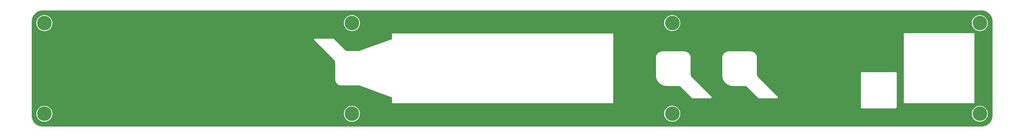
<source format=gbr>
%TF.GenerationSoftware,KiCad,Pcbnew,7.0.2-0*%
%TF.CreationDate,2023-05-18T01:17:22+02:00*%
%TF.ProjectId,LF,4c462e6b-6963-4616-945f-706362585858,rev?*%
%TF.SameCoordinates,PXfd9f08PY7735940*%
%TF.FileFunction,Copper,L2,Bot*%
%TF.FilePolarity,Positive*%
%FSLAX46Y46*%
G04 Gerber Fmt 4.6, Leading zero omitted, Abs format (unit mm)*
G04 Created by KiCad (PCBNEW 7.0.2-0) date 2023-05-18 01:17:22*
%MOMM*%
%LPD*%
G01*
G04 APERTURE LIST*
%TA.AperFunction,ComponentPad*%
%ADD10C,4.000000*%
%TD*%
G04 APERTURE END LIST*
D10*
%TO.P,REF\u002A\u002A,*%
%TO.N,*%
X3500000Y28500000D03*
X3500000Y3500000D03*
X88000000Y28500000D03*
X88000000Y3500000D03*
X176000000Y28500000D03*
X176000000Y3528700D03*
X260500000Y28500000D03*
X260500000Y3500000D03*
%TD*%
%TA.AperFunction,NonConductor*%
G36*
X260999208Y31996835D02*
G01*
X261068780Y31993355D01*
X261304797Y31979891D01*
X261311492Y31979202D01*
X261439020Y31960147D01*
X261440353Y31959933D01*
X261617584Y31929622D01*
X261623093Y31928458D01*
X261757926Y31894510D01*
X261760360Y31893852D01*
X261923722Y31846562D01*
X261928133Y31845132D01*
X262061903Y31797059D01*
X262065271Y31795755D01*
X262220231Y31731302D01*
X262223534Y31729832D01*
X262351954Y31668850D01*
X262356094Y31666721D01*
X262504739Y31584246D01*
X262506934Y31582978D01*
X262625114Y31511868D01*
X262626055Y31511302D01*
X262630836Y31508168D01*
X262777213Y31403902D01*
X262778467Y31402988D01*
X262881780Y31326065D01*
X262886974Y31321816D01*
X263062501Y31164314D01*
X263113283Y31118099D01*
X263118166Y31113220D01*
X263162776Y31064276D01*
X263163883Y31063045D01*
X263322269Y30886752D01*
X263326553Y30881522D01*
X263401872Y30780477D01*
X263402792Y30779215D01*
X263508806Y30630540D01*
X263511949Y30625751D01*
X263582640Y30508355D01*
X263583924Y30506135D01*
X263667469Y30355651D01*
X263669613Y30351483D01*
X263729850Y30224671D01*
X263731333Y30221340D01*
X263796535Y30064584D01*
X263797852Y30061184D01*
X263845320Y29929057D01*
X263846764Y29924598D01*
X263894580Y29759278D01*
X263895260Y29756763D01*
X263928675Y29623880D01*
X263929856Y29618275D01*
X263960553Y29438285D01*
X263960799Y29436741D01*
X263979355Y29312105D01*
X263980045Y29305371D01*
X263993722Y29062650D01*
X263996808Y29000056D01*
X263996898Y28996414D01*
X263996898Y2999298D01*
X263996806Y2995601D01*
X263993335Y2926210D01*
X263979862Y2690016D01*
X263979170Y2683297D01*
X263960157Y2556030D01*
X263959910Y2554490D01*
X263929599Y2377255D01*
X263928418Y2371661D01*
X263894508Y2236982D01*
X263893830Y2234474D01*
X263846541Y2071109D01*
X263845099Y2066659D01*
X263797054Y1932965D01*
X263795740Y1929572D01*
X263731267Y1774563D01*
X263729787Y1771240D01*
X263668854Y1642921D01*
X263666715Y1638760D01*
X263584199Y1490043D01*
X263582898Y1487793D01*
X263511285Y1368779D01*
X263508151Y1363999D01*
X263403852Y1217577D01*
X263402934Y1216317D01*
X263326068Y1113081D01*
X263321791Y1107852D01*
X263164084Y932101D01*
X263124179Y888255D01*
X263118218Y881703D01*
X263118091Y881564D01*
X263113210Y876679D01*
X263063401Y831286D01*
X263025747Y797452D01*
X262887028Y672809D01*
X262881793Y668521D01*
X262778973Y591886D01*
X262777710Y590966D01*
X262630928Y486311D01*
X262626139Y483169D01*
X262507392Y411669D01*
X262505138Y410365D01*
X262356170Y327667D01*
X262352002Y325523D01*
X262223900Y264677D01*
X262220569Y263194D01*
X262065287Y198608D01*
X262061888Y197292D01*
X261928433Y149348D01*
X261923974Y147904D01*
X261760328Y100573D01*
X261757815Y99893D01*
X261623347Y66078D01*
X261617741Y64897D01*
X261440098Y34600D01*
X261438556Y34354D01*
X261311647Y15456D01*
X261304913Y14766D01*
X261068120Y1417D01*
X260999243Y-1980D01*
X260995599Y-2070D01*
X2999289Y-2070D01*
X2995591Y-1978D01*
X2925988Y1505D01*
X2690120Y14956D01*
X2683398Y15648D01*
X2649469Y20718D01*
X2555522Y34756D01*
X2554010Y34998D01*
X2377400Y65205D01*
X2371808Y66386D01*
X2236661Y100414D01*
X2234152Y101093D01*
X2071279Y148243D01*
X2066829Y149684D01*
X1932748Y197869D01*
X1929356Y199184D01*
X1774783Y263477D01*
X1771459Y264956D01*
X1642767Y326067D01*
X1638608Y328206D01*
X1490334Y410475D01*
X1488084Y411775D01*
X1368667Y483629D01*
X1363898Y486756D01*
X1217949Y590717D01*
X1216740Y591598D01*
X1112983Y668852D01*
X1107755Y673129D01*
X933243Y829720D01*
X931522Y831286D01*
X881468Y876839D01*
X876602Y881703D01*
X831279Y931433D01*
X672801Y1107803D01*
X668513Y1113038D01*
X614565Y1185416D01*
X591913Y1215807D01*
X591006Y1217052D01*
X486287Y1363920D01*
X483153Y1368696D01*
X411665Y1487421D01*
X410400Y1489610D01*
X327638Y1638691D01*
X325498Y1642850D01*
X264673Y1770906D01*
X263216Y1774180D01*
X198565Y1929617D01*
X197269Y1932965D01*
X149350Y2066354D01*
X147906Y2070812D01*
X100538Y2234586D01*
X99868Y2237062D01*
X66072Y2371461D01*
X64899Y2377031D01*
X34562Y2554907D01*
X34334Y2556338D01*
X15449Y2683179D01*
X14764Y2689859D01*
X1398Y2927022D01*
X1288Y2929247D01*
X-1980Y2995546D01*
X-2070Y2999188D01*
X-2070Y3500000D01*
X1294778Y3500000D01*
X1313644Y3212161D01*
X1314114Y3209796D01*
X1314115Y3209792D01*
X1356376Y2997331D01*
X1369919Y2929247D01*
X1370693Y2926965D01*
X1370695Y2926960D01*
X1453408Y2683297D01*
X1462641Y2656098D01*
X1463710Y2653930D01*
X1463711Y2653928D01*
X1589150Y2399561D01*
X1589156Y2399551D01*
X1590222Y2397389D01*
X1591566Y2395377D01*
X1591567Y2395376D01*
X1749137Y2159555D01*
X1749141Y2159549D01*
X1750480Y2157546D01*
X1752067Y2155736D01*
X1752072Y2155730D01*
X1776989Y2127318D01*
X1940673Y1940673D01*
X1942493Y1939077D01*
X2155729Y1752073D01*
X2155733Y1752070D01*
X2157546Y1750480D01*
X2159551Y1749141D01*
X2159554Y1749138D01*
X2279293Y1669132D01*
X2397389Y1590222D01*
X2399555Y1589154D01*
X2399560Y1589151D01*
X2409022Y1584485D01*
X2656098Y1462641D01*
X2929247Y1369919D01*
X3212161Y1313644D01*
X3500000Y1294778D01*
X3787839Y1313644D01*
X4070753Y1369919D01*
X4343902Y1462641D01*
X4602611Y1590222D01*
X4842454Y1750480D01*
X5059327Y1940673D01*
X5249520Y2157546D01*
X5409778Y2397389D01*
X5537359Y2656098D01*
X5630081Y2929247D01*
X5686356Y3212161D01*
X5705222Y3500000D01*
X85794778Y3500000D01*
X85813644Y3212161D01*
X85814114Y3209796D01*
X85814115Y3209792D01*
X85856376Y2997331D01*
X85869919Y2929247D01*
X85870693Y2926965D01*
X85870695Y2926960D01*
X85953408Y2683297D01*
X85962641Y2656098D01*
X85963710Y2653930D01*
X85963711Y2653928D01*
X86089150Y2399561D01*
X86089156Y2399551D01*
X86090222Y2397389D01*
X86091566Y2395377D01*
X86091567Y2395376D01*
X86249137Y2159555D01*
X86249141Y2159549D01*
X86250480Y2157546D01*
X86252067Y2155736D01*
X86252072Y2155730D01*
X86276989Y2127318D01*
X86440673Y1940673D01*
X86442493Y1939077D01*
X86655729Y1752073D01*
X86655733Y1752070D01*
X86657546Y1750480D01*
X86659551Y1749141D01*
X86659554Y1749138D01*
X86779293Y1669132D01*
X86897389Y1590222D01*
X86899555Y1589154D01*
X86899560Y1589151D01*
X86909022Y1584485D01*
X87156098Y1462641D01*
X87429247Y1369919D01*
X87712161Y1313644D01*
X88000000Y1294778D01*
X88287839Y1313644D01*
X88570753Y1369919D01*
X88843902Y1462641D01*
X89102611Y1590222D01*
X89342454Y1750480D01*
X89559327Y1940673D01*
X89749520Y2157546D01*
X89909778Y2397389D01*
X90037359Y2656098D01*
X90130081Y2929247D01*
X90186356Y3212161D01*
X90205222Y3500000D01*
X90203341Y3528700D01*
X173794778Y3528700D01*
X173813644Y3240861D01*
X173869919Y2957947D01*
X173870693Y2955665D01*
X173870695Y2955660D01*
X173960923Y2689859D01*
X173962641Y2684798D01*
X173963710Y2682630D01*
X173963711Y2682628D01*
X174089150Y2428261D01*
X174089156Y2428251D01*
X174090222Y2426089D01*
X174091566Y2424077D01*
X174091567Y2424076D01*
X174249137Y2188255D01*
X174249141Y2188249D01*
X174250480Y2186246D01*
X174252067Y2184436D01*
X174252072Y2184430D01*
X174426004Y1986100D01*
X174440673Y1969373D01*
X174442493Y1967777D01*
X174655729Y1780773D01*
X174655733Y1780770D01*
X174657546Y1779180D01*
X174659551Y1777841D01*
X174659554Y1777838D01*
X174702507Y1749138D01*
X174897389Y1618922D01*
X174899555Y1617854D01*
X174899560Y1617851D01*
X174967220Y1584485D01*
X175156098Y1491341D01*
X175429247Y1398619D01*
X175712161Y1342344D01*
X176000000Y1323478D01*
X176287839Y1342344D01*
X176570753Y1398619D01*
X176843902Y1491341D01*
X177102611Y1618922D01*
X177342454Y1779180D01*
X177559327Y1969373D01*
X177749520Y2186246D01*
X177909778Y2426089D01*
X178037359Y2684798D01*
X178130081Y2957947D01*
X178186356Y3240861D01*
X178203341Y3500000D01*
X258294778Y3500000D01*
X258313644Y3212161D01*
X258314114Y3209796D01*
X258314115Y3209792D01*
X258356376Y2997331D01*
X258369919Y2929247D01*
X258370693Y2926965D01*
X258370695Y2926960D01*
X258453408Y2683297D01*
X258462641Y2656098D01*
X258463710Y2653930D01*
X258463711Y2653928D01*
X258589150Y2399561D01*
X258589156Y2399551D01*
X258590222Y2397389D01*
X258591566Y2395377D01*
X258591567Y2395376D01*
X258749137Y2159555D01*
X258749141Y2159549D01*
X258750480Y2157546D01*
X258752067Y2155736D01*
X258752072Y2155730D01*
X258776989Y2127318D01*
X258940673Y1940673D01*
X258942493Y1939077D01*
X259155729Y1752073D01*
X259155733Y1752070D01*
X259157546Y1750480D01*
X259159551Y1749141D01*
X259159554Y1749138D01*
X259279293Y1669132D01*
X259397389Y1590222D01*
X259399555Y1589154D01*
X259399560Y1589151D01*
X259409022Y1584485D01*
X259656098Y1462641D01*
X259929247Y1369919D01*
X260212161Y1313644D01*
X260500000Y1294778D01*
X260787839Y1313644D01*
X261070753Y1369919D01*
X261343902Y1462641D01*
X261602611Y1590222D01*
X261842454Y1750480D01*
X262059327Y1940673D01*
X262249520Y2157546D01*
X262409778Y2397389D01*
X262537359Y2656098D01*
X262630081Y2929247D01*
X262686356Y3212161D01*
X262705222Y3500000D01*
X262686356Y3787839D01*
X262630081Y4070753D01*
X262537359Y4343902D01*
X262409778Y4602611D01*
X262249520Y4842454D01*
X262222757Y4872971D01*
X262060923Y5057507D01*
X262059327Y5059327D01*
X262024780Y5089624D01*
X261844270Y5247928D01*
X261844264Y5247933D01*
X261842454Y5249520D01*
X261840451Y5250859D01*
X261840445Y5250863D01*
X261604624Y5408433D01*
X261604623Y5408434D01*
X261602611Y5409778D01*
X261600449Y5410844D01*
X261600439Y5410850D01*
X261346072Y5536289D01*
X261346070Y5536290D01*
X261343902Y5537359D01*
X261341615Y5538136D01*
X261341611Y5538137D01*
X261073040Y5629305D01*
X261073035Y5629307D01*
X261070753Y5630081D01*
X261047288Y5634749D01*
X260790208Y5685885D01*
X260790204Y5685886D01*
X260787839Y5686356D01*
X260785435Y5686514D01*
X260785432Y5686514D01*
X260502411Y5705064D01*
X260500000Y5705222D01*
X260497589Y5705064D01*
X260214567Y5686514D01*
X260214562Y5686514D01*
X260212161Y5686356D01*
X260209797Y5685886D01*
X260209791Y5685885D01*
X259931619Y5630553D01*
X259931616Y5630553D01*
X259929247Y5630081D01*
X259926968Y5629308D01*
X259926959Y5629305D01*
X259658388Y5538137D01*
X259658379Y5538134D01*
X259656098Y5537359D01*
X259653934Y5536293D01*
X259653927Y5536289D01*
X259399560Y5410850D01*
X259399543Y5410841D01*
X259397389Y5409778D01*
X259395382Y5408438D01*
X259395375Y5408433D01*
X259159554Y5250863D01*
X259159540Y5250853D01*
X259157546Y5249520D01*
X259155742Y5247939D01*
X259155729Y5247928D01*
X258942493Y5060924D01*
X258942485Y5060917D01*
X258940673Y5059327D01*
X258939083Y5057515D01*
X258939076Y5057507D01*
X258752072Y4844271D01*
X258752061Y4844258D01*
X258750480Y4842454D01*
X258749147Y4840460D01*
X258749137Y4840446D01*
X258591567Y4604625D01*
X258591562Y4604618D01*
X258590222Y4602611D01*
X258589159Y4600457D01*
X258589150Y4600440D01*
X258463711Y4346073D01*
X258463707Y4346066D01*
X258462641Y4343902D01*
X258461866Y4341621D01*
X258461863Y4341612D01*
X258370695Y4073041D01*
X258370692Y4073032D01*
X258369919Y4070753D01*
X258369447Y4068384D01*
X258369447Y4068381D01*
X258319353Y3816539D01*
X258313644Y3787839D01*
X258294778Y3500000D01*
X178203341Y3500000D01*
X178205222Y3528700D01*
X178186356Y3816539D01*
X178130081Y4099453D01*
X178037359Y4372602D01*
X177925002Y4600440D01*
X177910849Y4629140D01*
X177910846Y4629145D01*
X177909778Y4631311D01*
X177830868Y4749407D01*
X177750862Y4869146D01*
X177750859Y4869149D01*
X177749520Y4871154D01*
X177634631Y5002159D01*
X177560923Y5086207D01*
X177559327Y5088027D01*
X177557506Y5089624D01*
X177355542Y5266743D01*
X227852004Y5266743D01*
X227852061Y5252702D01*
X227852179Y5252419D01*
X227852221Y5252316D01*
X227862727Y5241864D01*
X227862702Y5241840D01*
X227862864Y5241735D01*
X228091891Y5012792D01*
X228092106Y5012471D01*
X228102310Y5002317D01*
X228102411Y5002276D01*
X228102594Y5002200D01*
X228102695Y5002158D01*
X228102697Y5002159D01*
X228117323Y5002152D01*
X228117569Y5002200D01*
X237382423Y5002200D01*
X237382668Y5002152D01*
X237397294Y5002159D01*
X237397297Y5002158D01*
X237397300Y5002160D01*
X237397303Y5002160D01*
X237410618Y5007569D01*
X237411185Y5007949D01*
X237412219Y5008381D01*
X237412996Y5013467D01*
X237425598Y5030284D01*
X237637089Y5241685D01*
X237637250Y5241789D01*
X237637227Y5241813D01*
X237647782Y5252316D01*
X237647786Y5252317D01*
X237647903Y5252601D01*
X237647903Y5252602D01*
X237647944Y5252700D01*
X237647942Y5252703D01*
X237647906Y5267650D01*
X237647939Y5267651D01*
X237647902Y5267846D01*
X237647902Y6414344D01*
X239599433Y6414344D01*
X239599459Y6400000D01*
X239599500Y6399901D01*
X239599616Y6399618D01*
X239599617Y6399617D01*
X239600000Y6399459D01*
X239614660Y6399469D01*
X239614817Y6399500D01*
X258985183Y6399500D01*
X258985339Y6399469D01*
X258999999Y6399459D01*
X258999999Y6399460D01*
X259000000Y6399459D01*
X259000383Y6399617D01*
X259000500Y6399901D01*
X259000541Y6400000D01*
X259000540Y6400002D01*
X259000541Y6400002D01*
X259000566Y6414344D01*
X259000500Y6414682D01*
X259000500Y25685184D01*
X259000531Y25685339D01*
X259000541Y25700000D01*
X259000383Y25700383D01*
X259000381Y25700384D01*
X259000099Y25700500D01*
X259000000Y25700541D01*
X258999999Y25700541D01*
X258985390Y25700541D01*
X258985184Y25700500D01*
X239614816Y25700500D01*
X239614610Y25700541D01*
X239600000Y25700541D01*
X239599901Y25700500D01*
X239599617Y25700384D01*
X239599458Y25700000D01*
X239599468Y25685339D01*
X239599500Y25685184D01*
X239599500Y6414682D01*
X239599433Y6414344D01*
X237647902Y6414344D01*
X237647902Y14740229D01*
X237647944Y14747300D01*
X237647903Y14747400D01*
X237647786Y14747684D01*
X237637613Y14757890D01*
X237637318Y14758088D01*
X237408234Y14987074D01*
X237408135Y14987227D01*
X237408117Y14987208D01*
X237397680Y14997684D01*
X237397543Y14997740D01*
X237397297Y14997843D01*
X237382628Y14997842D01*
X237382422Y14997800D01*
X228117569Y14997800D01*
X228117418Y14997831D01*
X228102694Y14997843D01*
X228102450Y14997741D01*
X228102312Y14997684D01*
X228092145Y14987540D01*
X228091988Y14987307D01*
X227862627Y14758030D01*
X227862446Y14757909D01*
X227852219Y14747682D01*
X227852062Y14747306D01*
X227852028Y14732995D01*
X227852103Y14732620D01*
X227852103Y5267249D01*
X227852004Y5266743D01*
X177355542Y5266743D01*
X177344270Y5276628D01*
X177344264Y5276633D01*
X177342454Y5278220D01*
X177340451Y5279559D01*
X177340445Y5279563D01*
X177104624Y5437133D01*
X177104623Y5437134D01*
X177102611Y5438478D01*
X177100449Y5439544D01*
X177100439Y5439550D01*
X176846072Y5564989D01*
X176846070Y5564990D01*
X176843902Y5566059D01*
X176841615Y5566836D01*
X176841611Y5566837D01*
X176573040Y5658005D01*
X176573035Y5658007D01*
X176570753Y5658781D01*
X176431330Y5686514D01*
X176290208Y5714585D01*
X176290204Y5714586D01*
X176287839Y5715056D01*
X176285435Y5715214D01*
X176285432Y5715214D01*
X176002411Y5733764D01*
X176000000Y5733922D01*
X175997589Y5733764D01*
X175714567Y5715214D01*
X175714562Y5715214D01*
X175712161Y5715056D01*
X175709797Y5714586D01*
X175709791Y5714585D01*
X175431619Y5659253D01*
X175431616Y5659253D01*
X175429247Y5658781D01*
X175426968Y5658008D01*
X175426959Y5658005D01*
X175158388Y5566837D01*
X175158379Y5566834D01*
X175156098Y5566059D01*
X175153934Y5564993D01*
X175153927Y5564989D01*
X174899560Y5439550D01*
X174899543Y5439541D01*
X174897389Y5438478D01*
X174895382Y5437138D01*
X174895375Y5437133D01*
X174659554Y5279563D01*
X174659540Y5279553D01*
X174657546Y5278220D01*
X174655742Y5276639D01*
X174655729Y5276628D01*
X174442493Y5089624D01*
X174442485Y5089617D01*
X174440673Y5088027D01*
X174439083Y5086215D01*
X174439076Y5086207D01*
X174252072Y4872971D01*
X174252061Y4872958D01*
X174250480Y4871154D01*
X174249147Y4869160D01*
X174249137Y4869146D01*
X174091567Y4633325D01*
X174091562Y4633318D01*
X174090222Y4631311D01*
X174089159Y4629157D01*
X174089150Y4629140D01*
X173963711Y4374773D01*
X173963707Y4374766D01*
X173962641Y4372602D01*
X173961866Y4370321D01*
X173961863Y4370312D01*
X173870695Y4101741D01*
X173870692Y4101732D01*
X173869919Y4099453D01*
X173813644Y3816539D01*
X173794778Y3528700D01*
X90203341Y3528700D01*
X90186356Y3787839D01*
X90130081Y4070753D01*
X90037359Y4343902D01*
X89909778Y4602611D01*
X89749520Y4842454D01*
X89722757Y4872971D01*
X89560923Y5057507D01*
X89559327Y5059327D01*
X89524780Y5089624D01*
X89344270Y5247928D01*
X89344264Y5247933D01*
X89342454Y5249520D01*
X89340451Y5250859D01*
X89340445Y5250863D01*
X89104624Y5408433D01*
X89104623Y5408434D01*
X89102611Y5409778D01*
X89100449Y5410844D01*
X89100439Y5410850D01*
X88846072Y5536289D01*
X88846070Y5536290D01*
X88843902Y5537359D01*
X88841615Y5538136D01*
X88841611Y5538137D01*
X88573040Y5629305D01*
X88573035Y5629307D01*
X88570753Y5630081D01*
X88547288Y5634749D01*
X88290208Y5685885D01*
X88290204Y5685886D01*
X88287839Y5686356D01*
X88285435Y5686514D01*
X88285432Y5686514D01*
X88002411Y5705064D01*
X88000000Y5705222D01*
X87997589Y5705064D01*
X87714567Y5686514D01*
X87714562Y5686514D01*
X87712161Y5686356D01*
X87709797Y5685886D01*
X87709791Y5685885D01*
X87431619Y5630553D01*
X87431616Y5630553D01*
X87429247Y5630081D01*
X87426968Y5629308D01*
X87426959Y5629305D01*
X87158388Y5538137D01*
X87158379Y5538134D01*
X87156098Y5537359D01*
X87153934Y5536293D01*
X87153927Y5536289D01*
X86899560Y5410850D01*
X86899543Y5410841D01*
X86897389Y5409778D01*
X86895382Y5408438D01*
X86895375Y5408433D01*
X86659554Y5250863D01*
X86659540Y5250853D01*
X86657546Y5249520D01*
X86655742Y5247939D01*
X86655729Y5247928D01*
X86442493Y5060924D01*
X86442485Y5060917D01*
X86440673Y5059327D01*
X86439083Y5057515D01*
X86439076Y5057507D01*
X86252072Y4844271D01*
X86252061Y4844258D01*
X86250480Y4842454D01*
X86249147Y4840460D01*
X86249137Y4840446D01*
X86091567Y4604625D01*
X86091562Y4604618D01*
X86090222Y4602611D01*
X86089159Y4600457D01*
X86089150Y4600440D01*
X85963711Y4346073D01*
X85963707Y4346066D01*
X85962641Y4343902D01*
X85961866Y4341621D01*
X85961863Y4341612D01*
X85870695Y4073041D01*
X85870692Y4073032D01*
X85869919Y4070753D01*
X85869447Y4068384D01*
X85869447Y4068381D01*
X85819353Y3816539D01*
X85813644Y3787839D01*
X85794778Y3500000D01*
X5705222Y3500000D01*
X5686356Y3787839D01*
X5630081Y4070753D01*
X5537359Y4343902D01*
X5409778Y4602611D01*
X5249520Y4842454D01*
X5222757Y4872971D01*
X5060923Y5057507D01*
X5059327Y5059327D01*
X5024780Y5089624D01*
X4844270Y5247928D01*
X4844264Y5247933D01*
X4842454Y5249520D01*
X4840451Y5250859D01*
X4840445Y5250863D01*
X4604624Y5408433D01*
X4604623Y5408434D01*
X4602611Y5409778D01*
X4600449Y5410844D01*
X4600439Y5410850D01*
X4346072Y5536289D01*
X4346070Y5536290D01*
X4343902Y5537359D01*
X4341615Y5538136D01*
X4341611Y5538137D01*
X4073040Y5629305D01*
X4073035Y5629307D01*
X4070753Y5630081D01*
X4047288Y5634749D01*
X3790208Y5685885D01*
X3790204Y5685886D01*
X3787839Y5686356D01*
X3785435Y5686514D01*
X3785432Y5686514D01*
X3502411Y5705064D01*
X3500000Y5705222D01*
X3497589Y5705064D01*
X3214567Y5686514D01*
X3214562Y5686514D01*
X3212161Y5686356D01*
X3209797Y5685886D01*
X3209791Y5685885D01*
X2931619Y5630553D01*
X2931616Y5630553D01*
X2929247Y5630081D01*
X2926968Y5629308D01*
X2926959Y5629305D01*
X2658388Y5538137D01*
X2658379Y5538134D01*
X2656098Y5537359D01*
X2653934Y5536293D01*
X2653927Y5536289D01*
X2399560Y5410850D01*
X2399543Y5410841D01*
X2397389Y5409778D01*
X2395382Y5408438D01*
X2395375Y5408433D01*
X2159554Y5250863D01*
X2159540Y5250853D01*
X2157546Y5249520D01*
X2155742Y5247939D01*
X2155729Y5247928D01*
X1942493Y5060924D01*
X1942485Y5060917D01*
X1940673Y5059327D01*
X1939083Y5057515D01*
X1939076Y5057507D01*
X1752072Y4844271D01*
X1752061Y4844258D01*
X1750480Y4842454D01*
X1749147Y4840460D01*
X1749137Y4840446D01*
X1591567Y4604625D01*
X1591562Y4604618D01*
X1590222Y4602611D01*
X1589159Y4600457D01*
X1589150Y4600440D01*
X1463711Y4346073D01*
X1463707Y4346066D01*
X1462641Y4343902D01*
X1461866Y4341621D01*
X1461863Y4341612D01*
X1370695Y4073041D01*
X1370692Y4073032D01*
X1369919Y4070753D01*
X1369447Y4068384D01*
X1369447Y4068381D01*
X1319353Y3816539D01*
X1313644Y3787839D01*
X1294778Y3500000D01*
X-2070Y3500000D01*
X-2070Y23949176D01*
X77617100Y23949176D01*
X77629569Y23870380D01*
X77636145Y23857453D01*
X77642769Y23838322D01*
X77644130Y23831471D01*
X77654488Y23821394D01*
X77665738Y23799278D01*
X77665740Y23799276D01*
X77683681Y23781303D01*
X77683814Y23781106D01*
X77690542Y23774379D01*
X77699790Y23763100D01*
X77712522Y23744004D01*
X77728311Y23736612D01*
X82948558Y18516707D01*
X82948775Y18516241D01*
X82968706Y18496422D01*
X82972024Y18492900D01*
X82995162Y18466668D01*
X83095585Y18349707D01*
X83100887Y18342734D01*
X83142027Y18281389D01*
X83143611Y18278923D01*
X83203944Y18180767D01*
X83207252Y18174782D01*
X83242773Y18102849D01*
X83244790Y18098400D01*
X83287026Y17996423D01*
X83288744Y17991855D01*
X83314494Y17915841D01*
X83316383Y17909279D01*
X83343115Y17797219D01*
X83343739Y17794354D01*
X83357990Y17722031D01*
X83359177Y17713277D01*
X83371533Y17549055D01*
X83372906Y17527098D01*
X83373049Y17522527D01*
X83373049Y13091911D01*
X83372938Y13091607D01*
X83372965Y13068020D01*
X83372881Y13067791D01*
X83372968Y13065655D01*
X83373116Y12935948D01*
X83395849Y12778997D01*
X83396380Y12774260D01*
X83398835Y12743406D01*
X83400042Y12741885D01*
X83403077Y12729086D01*
X83409027Y12688011D01*
X83409028Y12688007D01*
X83464954Y12498113D01*
X83465908Y12494549D01*
X83468926Y12482027D01*
X83471863Y12474657D01*
X83472692Y12471841D01*
X83479804Y12447695D01*
X83584013Y12219876D01*
X83719538Y12009176D01*
X83883629Y11819874D01*
X84072955Y11655810D01*
X84283673Y11520314D01*
X84511507Y11416138D01*
X84511508Y11416138D01*
X84511512Y11416136D01*
X84538469Y11408201D01*
X84540806Y11406478D01*
X84558376Y11402246D01*
X84561934Y11401294D01*
X84637802Y11378961D01*
X84751835Y11345393D01*
X84792951Y11339444D01*
X84799655Y11335845D01*
X84837985Y11332776D01*
X84842678Y11332249D01*
X84999771Y11309519D01*
X85000722Y11309519D01*
X85110029Y11309409D01*
X85110580Y11309299D01*
X85124901Y11309299D01*
X89986738Y11309299D01*
X90012278Y11304752D01*
X98951041Y8017473D01*
X98989708Y7984808D01*
X98999499Y7948022D01*
X98999500Y6414682D01*
X98999433Y6414344D01*
X98999459Y6400000D01*
X98999500Y6399901D01*
X98999616Y6399618D01*
X98999617Y6399617D01*
X99000000Y6399459D01*
X99014660Y6399469D01*
X99014817Y6399500D01*
X159785183Y6399500D01*
X159785339Y6399469D01*
X159799999Y6399459D01*
X159799999Y6399460D01*
X159800000Y6399459D01*
X159800383Y6399617D01*
X159800500Y6399901D01*
X159800541Y6400000D01*
X159800540Y6400002D01*
X159800541Y6400002D01*
X159800566Y6414344D01*
X159800500Y6414682D01*
X159800500Y13939610D01*
X171546437Y13939610D01*
X171546612Y13937826D01*
X171546613Y13937811D01*
X171565955Y13740887D01*
X171566194Y13737771D01*
X171567314Y13717661D01*
X171569228Y13707561D01*
X171574109Y13657866D01*
X171574110Y13657854D01*
X171574287Y13656060D01*
X171574641Y13654280D01*
X171574642Y13654274D01*
X171612272Y13465094D01*
X171629871Y13376621D01*
X171712652Y13103997D01*
X171713347Y13102322D01*
X171713348Y13102319D01*
X171821131Y12842506D01*
X171821136Y12842494D01*
X171821827Y12840830D01*
X171822683Y12839232D01*
X171888835Y12715712D01*
X171956340Y12589668D01*
X171957351Y12588158D01*
X171957355Y12588152D01*
X172035255Y12471841D01*
X172114888Y12352943D01*
X172116033Y12351551D01*
X172116041Y12351541D01*
X172147784Y12312970D01*
X172148959Y12309644D01*
X172167006Y12289508D01*
X172169040Y12287141D01*
X172204904Y12243561D01*
X172295935Y12132947D01*
X172297212Y12131674D01*
X172297220Y12131665D01*
X172313861Y12115074D01*
X172396023Y12033157D01*
X172396459Y12032720D01*
X172396459Y12032719D01*
X172396812Y12032365D01*
X172399471Y12029699D01*
X172425507Y12003569D01*
X172496081Y11932742D01*
X172496087Y11932737D01*
X172497367Y11931452D01*
X172651483Y11804555D01*
X172653836Y11802532D01*
X172668857Y11789061D01*
X172677354Y11783253D01*
X172717321Y11750345D01*
X172718831Y11749334D01*
X172718838Y11749328D01*
X172952478Y11592775D01*
X172954017Y11591744D01*
X173205163Y11457189D01*
X173468323Y11347983D01*
X173740947Y11265184D01*
X174020392Y11209596D01*
X174071906Y11204539D01*
X174075095Y11203010D01*
X174102147Y11201504D01*
X174105233Y11201267D01*
X174303948Y11181757D01*
X174444313Y11181824D01*
X174477407Y11181824D01*
X174477567Y11181831D01*
X177508302Y11181831D01*
X177508473Y11181769D01*
X177536987Y11181826D01*
X177541822Y11181677D01*
X177577312Y11179425D01*
X177630703Y11175334D01*
X177730092Y11167717D01*
X177738745Y11166535D01*
X177812492Y11151969D01*
X177815322Y11151352D01*
X177926011Y11124908D01*
X177932561Y11123020D01*
X178009534Y11096942D01*
X178014091Y11095229D01*
X178114965Y11053471D01*
X178119370Y11051475D01*
X178192170Y11015560D01*
X178192251Y11015520D01*
X178198219Y11012226D01*
X178295248Y10952676D01*
X178297656Y10951131D01*
X178360049Y10909359D01*
X178360112Y10909317D01*
X178367091Y10904021D01*
X178482890Y10804805D01*
X178486326Y10801782D01*
X178510280Y10780705D01*
X178513710Y10777482D01*
X178536627Y10754500D01*
X178537052Y10754149D01*
X181384929Y7906274D01*
X181393237Y7888456D01*
X181415572Y7873597D01*
X181426760Y7864460D01*
X181446899Y7844435D01*
X181446903Y7844433D01*
X181446906Y7844430D01*
X181504354Y7811375D01*
X181568385Y7794261D01*
X181596764Y7794268D01*
X181611179Y7792852D01*
X181637887Y7787551D01*
X181655690Y7794259D01*
X181656393Y7794264D01*
X186496178Y7793927D01*
X186514729Y7787174D01*
X186541410Y7792494D01*
X186555902Y7793923D01*
X186559722Y7793923D01*
X186559818Y7793934D01*
X186584265Y7793944D01*
X186648335Y7811141D01*
X186705772Y7844333D01*
X186705773Y7844335D01*
X186708050Y7845650D01*
X186714657Y7846818D01*
X186720680Y7855862D01*
X186741136Y7876358D01*
X186752343Y7883854D01*
X186753756Y7888899D01*
X186768590Y7918115D01*
X186778827Y7927690D01*
X186780288Y7935054D01*
X186786891Y7954162D01*
X186793480Y7967138D01*
X186805916Y8045912D01*
X186793473Y8124684D01*
X186789815Y8131887D01*
X186786886Y8137655D01*
X186780279Y8156763D01*
X186778916Y8163632D01*
X186768580Y8173700D01*
X186768576Y8173707D01*
X186757362Y8195789D01*
X186732569Y8220671D01*
X186723393Y8231892D01*
X186710538Y8251199D01*
X186694558Y8258688D01*
X181477806Y13475101D01*
X181477741Y13475239D01*
X181454396Y13498519D01*
X181451129Y13501993D01*
X181438317Y13516532D01*
X181427505Y13528801D01*
X181327868Y13644900D01*
X181322560Y13651886D01*
X181286211Y13706129D01*
X181280482Y13714678D01*
X181278928Y13717098D01*
X181219588Y13813711D01*
X181216297Y13819672D01*
X181180190Y13892834D01*
X181178180Y13897271D01*
X181178046Y13897595D01*
X181160655Y13939610D01*
X189757042Y13939610D01*
X189757219Y13937811D01*
X189757219Y13937805D01*
X189776547Y13740899D01*
X189776786Y13737790D01*
X189777906Y13717698D01*
X189779817Y13707594D01*
X189784876Y13656058D01*
X189785231Y13654274D01*
X189785232Y13654268D01*
X189822889Y13464911D01*
X189840449Y13376615D01*
X189840973Y13374889D01*
X189840977Y13374875D01*
X189922692Y13105736D01*
X189922695Y13105726D01*
X189923223Y13103989D01*
X189923916Y13102319D01*
X189923921Y13102305D01*
X190031697Y12842504D01*
X190032396Y12840820D01*
X190166909Y12589657D01*
X190325461Y12352934D01*
X190340874Y12334207D01*
X190358364Y12312955D01*
X190359539Y12309627D01*
X190377607Y12289471D01*
X190379638Y12287107D01*
X190506516Y12132944D01*
X190507799Y12131665D01*
X190507812Y12131651D01*
X190598735Y12041007D01*
X190607328Y12032439D01*
X190636117Y12003569D01*
X190706670Y11932763D01*
X190706676Y11932757D01*
X190707966Y11931463D01*
X190862108Y11804543D01*
X190864461Y11802520D01*
X190879455Y11789074D01*
X190887939Y11783274D01*
X190927917Y11750356D01*
X191164612Y11591756D01*
X191415756Y11457200D01*
X191678915Y11347993D01*
X191680661Y11347463D01*
X191680663Y11347462D01*
X191707063Y11339444D01*
X191951537Y11265194D01*
X192230980Y11209605D01*
X192282498Y11204547D01*
X192285688Y11203018D01*
X192312741Y11201511D01*
X192315842Y11201274D01*
X192514535Y11181765D01*
X192654767Y11181831D01*
X192656895Y11181831D01*
X192656994Y11181831D01*
X192657494Y11181831D01*
X195718892Y11181831D01*
X195719060Y11181770D01*
X195747577Y11181827D01*
X195752412Y11181678D01*
X195787792Y11179433D01*
X195825367Y11176553D01*
X195940755Y11167706D01*
X195949377Y11166529D01*
X196022959Y11151996D01*
X196025648Y11151409D01*
X196136709Y11124878D01*
X196143233Y11122997D01*
X196220016Y11096984D01*
X196224517Y11095293D01*
X196325695Y11053410D01*
X196330061Y11051431D01*
X196402772Y11015560D01*
X196408740Y11012266D01*
X196505960Y10952599D01*
X196508419Y10951022D01*
X196570656Y10909356D01*
X196577629Y10904064D01*
X196630363Y10858882D01*
X196694118Y10804255D01*
X196720764Y10780810D01*
X196724197Y10777589D01*
X199594886Y7906902D01*
X199603323Y7888807D01*
X199626026Y7873692D01*
X199637223Y7864539D01*
X199657460Y7844390D01*
X199714925Y7811347D01*
X199778969Y7794251D01*
X199807346Y7794267D01*
X199821766Y7792856D01*
X199848508Y7787557D01*
X199866281Y7794260D01*
X199867004Y7794265D01*
X204706664Y7793929D01*
X204725237Y7787168D01*
X204752009Y7792499D01*
X204766449Y7793924D01*
X204794852Y7793928D01*
X204858929Y7811118D01*
X204916363Y7844323D01*
X204916364Y7844325D01*
X204918647Y7845644D01*
X204925234Y7846810D01*
X204931269Y7855871D01*
X204951707Y7876353D01*
X204962941Y7883871D01*
X204964356Y7888928D01*
X204979185Y7918132D01*
X204989419Y7927704D01*
X204990879Y7935062D01*
X204997483Y7954169D01*
X205004068Y7967137D01*
X205016505Y8045912D01*
X205004061Y8124685D01*
X204997473Y8137657D01*
X204990868Y8156762D01*
X204989506Y8163627D01*
X204979170Y8173694D01*
X204967948Y8195790D01*
X204967946Y8195792D01*
X204967945Y8195794D01*
X204950213Y8213589D01*
X204950141Y8213697D01*
X204943234Y8220604D01*
X204933964Y8231919D01*
X204921159Y8251151D01*
X204905208Y8258627D01*
X199698584Y13464912D01*
X199698499Y13465094D01*
X199664981Y13498518D01*
X199661709Y13501999D01*
X199637910Y13529011D01*
X199538556Y13644779D01*
X199533250Y13651762D01*
X199490795Y13715126D01*
X199489217Y13717585D01*
X199430314Y13813497D01*
X199427015Y13819471D01*
X199405852Y13862358D01*
X199390655Y13893157D01*
X199388644Y13897595D01*
X199371998Y13937811D01*
X199347295Y13997495D01*
X199345579Y14002062D01*
X199336418Y14029118D01*
X199319221Y14079905D01*
X199317347Y14086417D01*
X199291220Y14195963D01*
X199290619Y14198723D01*
X199275852Y14273663D01*
X199274674Y14282326D01*
X199263326Y14431688D01*
X199260861Y14470997D01*
X199260720Y14475829D01*
X199260793Y14493884D01*
X199260708Y14494185D01*
X199260708Y14997843D01*
X199260708Y18902690D01*
X199260769Y18902859D01*
X199260769Y18902967D01*
X199260824Y18903123D01*
X199260797Y18926583D01*
X199260891Y18926845D01*
X199260794Y18929274D01*
X199260788Y18934023D01*
X199260640Y19059055D01*
X199237894Y19216044D01*
X199237363Y19220783D01*
X199234909Y19251608D01*
X199233699Y19253134D01*
X199230670Y19265908D01*
X199224719Y19306985D01*
X199224718Y19306990D01*
X199224718Y19306991D01*
X199168780Y19496890D01*
X199167825Y19500459D01*
X199164814Y19512948D01*
X199161875Y19520333D01*
X199153945Y19547253D01*
X199153933Y19547295D01*
X199049719Y19775109D01*
X198914192Y19985803D01*
X198750103Y20175102D01*
X198750100Y20175104D01*
X198750099Y20175106D01*
X198560782Y20339164D01*
X198500503Y20377925D01*
X198350066Y20474661D01*
X198122237Y20578842D01*
X198095270Y20586781D01*
X198092936Y20588503D01*
X198075405Y20592726D01*
X198071851Y20593676D01*
X197882029Y20649560D01*
X197881914Y20649594D01*
X197840822Y20655541D01*
X197834074Y20659165D01*
X197795710Y20662224D01*
X197790993Y20662753D01*
X197740803Y20670018D01*
X197633982Y20685478D01*
X197508821Y20685610D01*
X197508723Y20685610D01*
X197478966Y20685670D01*
X197477614Y20685610D01*
X191539851Y20685610D01*
X191539682Y20685672D01*
X191508741Y20685610D01*
X191494333Y20685610D01*
X191494097Y20685564D01*
X191383799Y20685447D01*
X191383496Y20685446D01*
X191350570Y20680680D01*
X191226495Y20662720D01*
X191221787Y20662192D01*
X191190984Y20659732D01*
X191189494Y20658548D01*
X191176685Y20655511D01*
X191135591Y20649562D01*
X190945712Y20593653D01*
X190942147Y20592700D01*
X190929644Y20589687D01*
X190922244Y20586743D01*
X190895295Y20578808D01*
X190667491Y20474622D01*
X190456812Y20339124D01*
X190267522Y20175056D01*
X190103471Y19985754D01*
X189967987Y19775062D01*
X189863824Y19547259D01*
X189855889Y19520301D01*
X189854165Y19517964D01*
X189849932Y19500389D01*
X189848978Y19496822D01*
X189793089Y19306955D01*
X189787145Y19265871D01*
X189783520Y19259121D01*
X189780462Y19220739D01*
X189779934Y19216022D01*
X189757222Y19059040D01*
X189757101Y18933895D01*
X189757101Y14068768D01*
X189757042Y13941424D01*
X189757042Y13941407D01*
X189757042Y13939610D01*
X181160655Y13939610D01*
X181136557Y13997826D01*
X181134857Y14002350D01*
X181108683Y14079653D01*
X181106801Y14086191D01*
X181080491Y14196510D01*
X181079894Y14199255D01*
X181065274Y14273460D01*
X181064092Y14282145D01*
X181052629Y14433090D01*
X181050274Y14470677D01*
X181050134Y14475498D01*
X181050232Y14499982D01*
X181050119Y14500293D01*
X181050119Y18902686D01*
X181050180Y18902855D01*
X181050180Y18902980D01*
X181050229Y18903117D01*
X181050224Y18903116D01*
X181050195Y18927785D01*
X181050252Y18927945D01*
X181050193Y18929421D01*
X181050188Y18933795D01*
X181050189Y18933795D01*
X181050045Y19059055D01*
X181027304Y19216064D01*
X181026778Y19220761D01*
X181024323Y19251604D01*
X181023115Y19253127D01*
X181020085Y19265908D01*
X181014135Y19306990D01*
X180958205Y19496894D01*
X180957250Y19500461D01*
X180954239Y19512950D01*
X180951299Y19520340D01*
X180943358Y19547305D01*
X180839149Y19775124D01*
X180703625Y19985823D01*
X180539600Y20175051D01*
X180539538Y20175123D01*
X180539535Y20175126D01*
X180350210Y20339190D01*
X180139492Y20474685D01*
X180139490Y20474686D01*
X180139487Y20474688D01*
X179911660Y20578862D01*
X179884693Y20586800D01*
X179882353Y20588526D01*
X179864775Y20592760D01*
X179861209Y20593714D01*
X179671331Y20649608D01*
X179630239Y20655554D01*
X179623490Y20659178D01*
X179585118Y20662236D01*
X179580400Y20662765D01*
X179423396Y20685483D01*
X179298232Y20685609D01*
X173329267Y20685609D01*
X173329095Y20685672D01*
X173298657Y20685611D01*
X173298157Y20685610D01*
X173297696Y20685609D01*
X173283726Y20685609D01*
X173283583Y20685581D01*
X173268066Y20685551D01*
X173267463Y20685533D01*
X173172911Y20685433D01*
X173166908Y20684564D01*
X173015893Y20662705D01*
X173011188Y20662177D01*
X172980386Y20659716D01*
X172978894Y20658531D01*
X172966096Y20655497D01*
X172925000Y20649548D01*
X172735153Y20593650D01*
X172731586Y20592696D01*
X172719057Y20589678D01*
X172711665Y20586735D01*
X172684746Y20578808D01*
X172684705Y20578796D01*
X172456909Y20474616D01*
X172246224Y20339114D01*
X172056940Y20175053D01*
X171892886Y19985750D01*
X171757403Y19775059D01*
X171653239Y19547256D01*
X171645304Y19520299D01*
X171643582Y19517965D01*
X171639351Y19500400D01*
X171638397Y19496836D01*
X171582504Y19306954D01*
X171576560Y19265870D01*
X171572935Y19259120D01*
X171569877Y19220738D01*
X171569349Y19216020D01*
X171546637Y19059039D01*
X171546516Y18933895D01*
X171546516Y14112750D01*
X171546501Y14112712D01*
X171546506Y14112711D01*
X171546437Y13941422D01*
X171546437Y13941408D01*
X171546437Y13939610D01*
X159800500Y13939610D01*
X159800500Y25585184D01*
X159800531Y25585339D01*
X159800541Y25600000D01*
X159800383Y25600383D01*
X159800381Y25600384D01*
X159800099Y25600500D01*
X159800000Y25600541D01*
X159799999Y25600541D01*
X159785390Y25600541D01*
X159785184Y25600500D01*
X99014816Y25600500D01*
X99014610Y25600541D01*
X99000000Y25600541D01*
X98999901Y25600500D01*
X98999617Y25600384D01*
X98999458Y25600000D01*
X98999468Y25585339D01*
X98999500Y25585184D01*
X98999500Y24052696D01*
X98982187Y24005130D01*
X98950147Y23982921D01*
X91579784Y21379446D01*
X90039128Y20835231D01*
X89988640Y20817397D01*
X89963993Y20813172D01*
X86914865Y20813172D01*
X86914696Y20813234D01*
X86886179Y20813177D01*
X86881347Y20813325D01*
X86845926Y20815572D01*
X86693040Y20827293D01*
X86684359Y20828479D01*
X86610818Y20843005D01*
X86607964Y20843627D01*
X86497102Y20870111D01*
X86490550Y20871999D01*
X86413697Y20898037D01*
X86409140Y20899751D01*
X86308159Y20941552D01*
X86303723Y20943561D01*
X86230956Y20979459D01*
X86224987Y20982754D01*
X86127857Y21042367D01*
X86125398Y21043944D01*
X86063082Y21085663D01*
X86056101Y21090961D01*
X85939811Y21190600D01*
X85912937Y21214246D01*
X85909515Y21217462D01*
X85891538Y21235491D01*
X85889195Y21237649D01*
X83038204Y24088810D01*
X83029933Y24106547D01*
X83007795Y24121274D01*
X82996456Y24130560D01*
X82989577Y24137439D01*
X82989158Y24137719D01*
X82976259Y24150569D01*
X82918815Y24183624D01*
X82886798Y24192182D01*
X82854783Y24200740D01*
X82854781Y24200740D01*
X82826408Y24200736D01*
X82811988Y24202153D01*
X82785284Y24207455D01*
X82767469Y24200744D01*
X82766638Y24200739D01*
X77927292Y24201076D01*
X77908641Y24207866D01*
X77881802Y24202519D01*
X77867377Y24201093D01*
X77838906Y24201081D01*
X77774832Y24183878D01*
X77715821Y24149765D01*
X77708665Y24148500D01*
X77702460Y24139202D01*
X77682005Y24118742D01*
X77671058Y24111433D01*
X77669918Y24107363D01*
X77654462Y24076964D01*
X77644206Y24067384D01*
X77642747Y24060031D01*
X77636127Y24040902D01*
X77629554Y24027976D01*
X77617100Y23949176D01*
X-2070Y23949176D01*
X-2070Y28500000D01*
X1294778Y28500000D01*
X1313644Y28212161D01*
X1369919Y27929247D01*
X1462641Y27656098D01*
X1463710Y27653930D01*
X1463711Y27653928D01*
X1589150Y27399561D01*
X1589156Y27399551D01*
X1590222Y27397389D01*
X1591566Y27395377D01*
X1591567Y27395376D01*
X1749137Y27159555D01*
X1749141Y27159549D01*
X1750480Y27157546D01*
X1752067Y27155736D01*
X1752072Y27155730D01*
X1939076Y26942494D01*
X1940673Y26940673D01*
X1942493Y26939077D01*
X2155729Y26752073D01*
X2155733Y26752070D01*
X2157546Y26750480D01*
X2397389Y26590222D01*
X2399555Y26589154D01*
X2399560Y26589151D01*
X2526743Y26526432D01*
X2656098Y26462641D01*
X2929247Y26369919D01*
X3212161Y26313644D01*
X3500000Y26294778D01*
X3787839Y26313644D01*
X4070753Y26369919D01*
X4343902Y26462641D01*
X4602611Y26590222D01*
X4842454Y26750480D01*
X5059327Y26940673D01*
X5249520Y27157546D01*
X5409778Y27397389D01*
X5537359Y27656098D01*
X5630081Y27929247D01*
X5686356Y28212161D01*
X5705222Y28500000D01*
X85794778Y28500000D01*
X85813644Y28212161D01*
X85869919Y27929247D01*
X85962641Y27656098D01*
X85963710Y27653930D01*
X85963711Y27653928D01*
X86089150Y27399561D01*
X86089156Y27399551D01*
X86090222Y27397389D01*
X86091566Y27395377D01*
X86091567Y27395376D01*
X86249137Y27159555D01*
X86249141Y27159549D01*
X86250480Y27157546D01*
X86252067Y27155736D01*
X86252072Y27155730D01*
X86439076Y26942494D01*
X86440673Y26940673D01*
X86442493Y26939077D01*
X86655729Y26752073D01*
X86655733Y26752070D01*
X86657546Y26750480D01*
X86897389Y26590222D01*
X86899555Y26589154D01*
X86899560Y26589151D01*
X87026743Y26526432D01*
X87156098Y26462641D01*
X87429247Y26369919D01*
X87712161Y26313644D01*
X88000000Y26294778D01*
X88287839Y26313644D01*
X88570753Y26369919D01*
X88843902Y26462641D01*
X89102611Y26590222D01*
X89342454Y26750480D01*
X89559327Y26940673D01*
X89749520Y27157546D01*
X89909778Y27397389D01*
X90037359Y27656098D01*
X90130081Y27929247D01*
X90186356Y28212161D01*
X90205222Y28500000D01*
X173794778Y28500000D01*
X173813644Y28212161D01*
X173869919Y27929247D01*
X173962641Y27656098D01*
X173963710Y27653930D01*
X173963711Y27653928D01*
X174089150Y27399561D01*
X174089156Y27399551D01*
X174090222Y27397389D01*
X174091566Y27395377D01*
X174091567Y27395376D01*
X174249137Y27159555D01*
X174249141Y27159549D01*
X174250480Y27157546D01*
X174252067Y27155736D01*
X174252072Y27155730D01*
X174439076Y26942494D01*
X174440673Y26940673D01*
X174442493Y26939077D01*
X174655729Y26752073D01*
X174655733Y26752070D01*
X174657546Y26750480D01*
X174897389Y26590222D01*
X174899555Y26589154D01*
X174899560Y26589151D01*
X175026743Y26526432D01*
X175156098Y26462641D01*
X175429247Y26369919D01*
X175712161Y26313644D01*
X176000000Y26294778D01*
X176287839Y26313644D01*
X176570753Y26369919D01*
X176843902Y26462641D01*
X177102611Y26590222D01*
X177342454Y26750480D01*
X177559327Y26940673D01*
X177749520Y27157546D01*
X177909778Y27397389D01*
X178037359Y27656098D01*
X178130081Y27929247D01*
X178186356Y28212161D01*
X178205222Y28500000D01*
X258294778Y28500000D01*
X258313644Y28212161D01*
X258369919Y27929247D01*
X258462641Y27656098D01*
X258463710Y27653930D01*
X258463711Y27653928D01*
X258589150Y27399561D01*
X258589156Y27399551D01*
X258590222Y27397389D01*
X258591566Y27395377D01*
X258591567Y27395376D01*
X258749137Y27159555D01*
X258749141Y27159549D01*
X258750480Y27157546D01*
X258752067Y27155736D01*
X258752072Y27155730D01*
X258939076Y26942494D01*
X258940673Y26940673D01*
X258942493Y26939077D01*
X259155729Y26752073D01*
X259155733Y26752070D01*
X259157546Y26750480D01*
X259397389Y26590222D01*
X259399555Y26589154D01*
X259399560Y26589151D01*
X259526743Y26526432D01*
X259656098Y26462641D01*
X259929247Y26369919D01*
X260212161Y26313644D01*
X260500000Y26294778D01*
X260787839Y26313644D01*
X261070753Y26369919D01*
X261343902Y26462641D01*
X261602611Y26590222D01*
X261842454Y26750480D01*
X262059327Y26940673D01*
X262249520Y27157546D01*
X262409778Y27397389D01*
X262537359Y27656098D01*
X262630081Y27929247D01*
X262686356Y28212161D01*
X262705222Y28500000D01*
X262686356Y28787839D01*
X262630081Y29070753D01*
X262537359Y29343902D01*
X262473568Y29473257D01*
X262410849Y29600440D01*
X262410846Y29600445D01*
X262409778Y29602611D01*
X262306091Y29757790D01*
X262250862Y29840446D01*
X262250859Y29840449D01*
X262249520Y29842454D01*
X262227525Y29867534D01*
X262060923Y30057507D01*
X262059327Y30059327D01*
X262057210Y30061184D01*
X261844270Y30247928D01*
X261844264Y30247933D01*
X261842454Y30249520D01*
X261840451Y30250859D01*
X261840445Y30250863D01*
X261604624Y30408433D01*
X261604623Y30408434D01*
X261602611Y30409778D01*
X261600449Y30410844D01*
X261600439Y30410850D01*
X261346072Y30536289D01*
X261346070Y30536290D01*
X261343902Y30537359D01*
X261341615Y30538136D01*
X261341611Y30538137D01*
X261073040Y30629305D01*
X261073035Y30629307D01*
X261070753Y30630081D01*
X261047288Y30634749D01*
X260790208Y30685885D01*
X260790204Y30685886D01*
X260787839Y30686356D01*
X260785435Y30686514D01*
X260785432Y30686514D01*
X260502411Y30705064D01*
X260500000Y30705222D01*
X260497589Y30705064D01*
X260214567Y30686514D01*
X260214562Y30686514D01*
X260212161Y30686356D01*
X260209797Y30685886D01*
X260209791Y30685885D01*
X259931619Y30630553D01*
X259931616Y30630553D01*
X259929247Y30630081D01*
X259926968Y30629308D01*
X259926959Y30629305D01*
X259658388Y30538137D01*
X259658379Y30538134D01*
X259656098Y30537359D01*
X259653934Y30536293D01*
X259653927Y30536289D01*
X259399560Y30410850D01*
X259399543Y30410841D01*
X259397389Y30409778D01*
X259395382Y30408438D01*
X259395375Y30408433D01*
X259159554Y30250863D01*
X259159540Y30250853D01*
X259157546Y30249520D01*
X259155742Y30247939D01*
X259155729Y30247928D01*
X258942493Y30060924D01*
X258942485Y30060917D01*
X258940673Y30059327D01*
X258939083Y30057515D01*
X258939076Y30057507D01*
X258752072Y29844271D01*
X258752061Y29844258D01*
X258750480Y29842454D01*
X258749147Y29840460D01*
X258749137Y29840446D01*
X258591567Y29604625D01*
X258591562Y29604618D01*
X258590222Y29602611D01*
X258589159Y29600457D01*
X258589150Y29600440D01*
X258463711Y29346073D01*
X258463707Y29346066D01*
X258462641Y29343902D01*
X258461866Y29341621D01*
X258461863Y29341612D01*
X258370695Y29073041D01*
X258370692Y29073032D01*
X258369919Y29070753D01*
X258369447Y29068384D01*
X258369447Y29068381D01*
X258355354Y28997528D01*
X258313644Y28787839D01*
X258294778Y28500000D01*
X178205222Y28500000D01*
X178186356Y28787839D01*
X178130081Y29070753D01*
X178037359Y29343902D01*
X177973568Y29473257D01*
X177910849Y29600440D01*
X177910846Y29600445D01*
X177909778Y29602611D01*
X177806091Y29757790D01*
X177750862Y29840446D01*
X177750859Y29840449D01*
X177749520Y29842454D01*
X177727525Y29867534D01*
X177560923Y30057507D01*
X177559327Y30059327D01*
X177557210Y30061184D01*
X177344270Y30247928D01*
X177344264Y30247933D01*
X177342454Y30249520D01*
X177340451Y30250859D01*
X177340445Y30250863D01*
X177104624Y30408433D01*
X177104623Y30408434D01*
X177102611Y30409778D01*
X177100449Y30410844D01*
X177100439Y30410850D01*
X176846072Y30536289D01*
X176846070Y30536290D01*
X176843902Y30537359D01*
X176841615Y30538136D01*
X176841611Y30538137D01*
X176573040Y30629305D01*
X176573035Y30629307D01*
X176570753Y30630081D01*
X176547288Y30634749D01*
X176290208Y30685885D01*
X176290204Y30685886D01*
X176287839Y30686356D01*
X176285435Y30686514D01*
X176285432Y30686514D01*
X176002411Y30705064D01*
X176000000Y30705222D01*
X175997589Y30705064D01*
X175714567Y30686514D01*
X175714562Y30686514D01*
X175712161Y30686356D01*
X175709797Y30685886D01*
X175709791Y30685885D01*
X175431619Y30630553D01*
X175431616Y30630553D01*
X175429247Y30630081D01*
X175426968Y30629308D01*
X175426959Y30629305D01*
X175158388Y30538137D01*
X175158379Y30538134D01*
X175156098Y30537359D01*
X175153934Y30536293D01*
X175153927Y30536289D01*
X174899560Y30410850D01*
X174899543Y30410841D01*
X174897389Y30409778D01*
X174895382Y30408438D01*
X174895375Y30408433D01*
X174659554Y30250863D01*
X174659540Y30250853D01*
X174657546Y30249520D01*
X174655742Y30247939D01*
X174655729Y30247928D01*
X174442493Y30060924D01*
X174442485Y30060917D01*
X174440673Y30059327D01*
X174439083Y30057515D01*
X174439076Y30057507D01*
X174252072Y29844271D01*
X174252061Y29844258D01*
X174250480Y29842454D01*
X174249147Y29840460D01*
X174249137Y29840446D01*
X174091567Y29604625D01*
X174091562Y29604618D01*
X174090222Y29602611D01*
X174089159Y29600457D01*
X174089150Y29600440D01*
X173963711Y29346073D01*
X173963707Y29346066D01*
X173962641Y29343902D01*
X173961866Y29341621D01*
X173961863Y29341612D01*
X173870695Y29073041D01*
X173870692Y29073032D01*
X173869919Y29070753D01*
X173869447Y29068384D01*
X173869447Y29068381D01*
X173855354Y28997528D01*
X173813644Y28787839D01*
X173794778Y28500000D01*
X90205222Y28500000D01*
X90186356Y28787839D01*
X90130081Y29070753D01*
X90037359Y29343902D01*
X89973568Y29473257D01*
X89910849Y29600440D01*
X89910846Y29600445D01*
X89909778Y29602611D01*
X89806091Y29757790D01*
X89750862Y29840446D01*
X89750859Y29840449D01*
X89749520Y29842454D01*
X89727525Y29867534D01*
X89560923Y30057507D01*
X89559327Y30059327D01*
X89557210Y30061184D01*
X89344270Y30247928D01*
X89344264Y30247933D01*
X89342454Y30249520D01*
X89340451Y30250859D01*
X89340445Y30250863D01*
X89104624Y30408433D01*
X89104623Y30408434D01*
X89102611Y30409778D01*
X89100449Y30410844D01*
X89100439Y30410850D01*
X88846072Y30536289D01*
X88846070Y30536290D01*
X88843902Y30537359D01*
X88841615Y30538136D01*
X88841611Y30538137D01*
X88573040Y30629305D01*
X88573035Y30629307D01*
X88570753Y30630081D01*
X88547288Y30634749D01*
X88290208Y30685885D01*
X88290204Y30685886D01*
X88287839Y30686356D01*
X88285435Y30686514D01*
X88285432Y30686514D01*
X88002411Y30705064D01*
X88000000Y30705222D01*
X87997589Y30705064D01*
X87714567Y30686514D01*
X87714562Y30686514D01*
X87712161Y30686356D01*
X87709797Y30685886D01*
X87709791Y30685885D01*
X87431619Y30630553D01*
X87431616Y30630553D01*
X87429247Y30630081D01*
X87426968Y30629308D01*
X87426959Y30629305D01*
X87158388Y30538137D01*
X87158379Y30538134D01*
X87156098Y30537359D01*
X87153934Y30536293D01*
X87153927Y30536289D01*
X86899560Y30410850D01*
X86899543Y30410841D01*
X86897389Y30409778D01*
X86895382Y30408438D01*
X86895375Y30408433D01*
X86659554Y30250863D01*
X86659540Y30250853D01*
X86657546Y30249520D01*
X86655742Y30247939D01*
X86655729Y30247928D01*
X86442493Y30060924D01*
X86442485Y30060917D01*
X86440673Y30059327D01*
X86439083Y30057515D01*
X86439076Y30057507D01*
X86252072Y29844271D01*
X86252061Y29844258D01*
X86250480Y29842454D01*
X86249147Y29840460D01*
X86249137Y29840446D01*
X86091567Y29604625D01*
X86091562Y29604618D01*
X86090222Y29602611D01*
X86089159Y29600457D01*
X86089150Y29600440D01*
X85963711Y29346073D01*
X85963707Y29346066D01*
X85962641Y29343902D01*
X85961866Y29341621D01*
X85961863Y29341612D01*
X85870695Y29073041D01*
X85870692Y29073032D01*
X85869919Y29070753D01*
X85869447Y29068384D01*
X85869447Y29068381D01*
X85855354Y28997528D01*
X85813644Y28787839D01*
X85794778Y28500000D01*
X5705222Y28500000D01*
X5686356Y28787839D01*
X5630081Y29070753D01*
X5537359Y29343902D01*
X5473568Y29473257D01*
X5410849Y29600440D01*
X5410846Y29600445D01*
X5409778Y29602611D01*
X5306091Y29757790D01*
X5250862Y29840446D01*
X5250859Y29840449D01*
X5249520Y29842454D01*
X5227525Y29867534D01*
X5060923Y30057507D01*
X5059327Y30059327D01*
X5057210Y30061184D01*
X4844270Y30247928D01*
X4844264Y30247933D01*
X4842454Y30249520D01*
X4840451Y30250859D01*
X4840445Y30250863D01*
X4604624Y30408433D01*
X4604623Y30408434D01*
X4602611Y30409778D01*
X4600449Y30410844D01*
X4600439Y30410850D01*
X4346072Y30536289D01*
X4346070Y30536290D01*
X4343902Y30537359D01*
X4341615Y30538136D01*
X4341611Y30538137D01*
X4073040Y30629305D01*
X4073035Y30629307D01*
X4070753Y30630081D01*
X4047288Y30634749D01*
X3790208Y30685885D01*
X3790204Y30685886D01*
X3787839Y30686356D01*
X3785435Y30686514D01*
X3785432Y30686514D01*
X3502411Y30705064D01*
X3500000Y30705222D01*
X3497589Y30705064D01*
X3214567Y30686514D01*
X3214562Y30686514D01*
X3212161Y30686356D01*
X3209797Y30685886D01*
X3209791Y30685885D01*
X2931619Y30630553D01*
X2931616Y30630553D01*
X2929247Y30630081D01*
X2926968Y30629308D01*
X2926959Y30629305D01*
X2658388Y30538137D01*
X2658379Y30538134D01*
X2656098Y30537359D01*
X2653934Y30536293D01*
X2653927Y30536289D01*
X2399560Y30410850D01*
X2399543Y30410841D01*
X2397389Y30409778D01*
X2395382Y30408438D01*
X2395375Y30408433D01*
X2159554Y30250863D01*
X2159540Y30250853D01*
X2157546Y30249520D01*
X2155742Y30247939D01*
X2155729Y30247928D01*
X1942493Y30060924D01*
X1942485Y30060917D01*
X1940673Y30059327D01*
X1939083Y30057515D01*
X1939076Y30057507D01*
X1752072Y29844271D01*
X1752061Y29844258D01*
X1750480Y29842454D01*
X1749147Y29840460D01*
X1749137Y29840446D01*
X1591567Y29604625D01*
X1591562Y29604618D01*
X1590222Y29602611D01*
X1589159Y29600457D01*
X1589150Y29600440D01*
X1463711Y29346073D01*
X1463707Y29346066D01*
X1462641Y29343902D01*
X1461866Y29341621D01*
X1461863Y29341612D01*
X1370695Y29073041D01*
X1370692Y29073032D01*
X1369919Y29070753D01*
X1369447Y29068384D01*
X1369447Y29068381D01*
X1355354Y28997528D01*
X1313644Y28787839D01*
X1294778Y28500000D01*
X-2070Y28500000D01*
X-2070Y28995558D01*
X-1979Y28999236D01*
X1495Y29068683D01*
X14976Y29304881D01*
X15664Y29311563D01*
X34686Y29438869D01*
X34884Y29440105D01*
X65252Y29617664D01*
X66419Y29623190D01*
X100325Y29757851D01*
X100974Y29760253D01*
X148331Y29923845D01*
X149737Y29928184D01*
X197781Y30061877D01*
X199067Y30065194D01*
X263619Y30220393D01*
X265044Y30223597D01*
X325982Y30351925D01*
X328099Y30356042D01*
X410709Y30504931D01*
X411928Y30507042D01*
X483546Y30626068D01*
X486637Y30630782D01*
X591192Y30777568D01*
X591873Y30778504D01*
X668773Y30881787D01*
X672994Y30886946D01*
X830909Y31062939D01*
X876737Y31113297D01*
X881575Y31118139D01*
X931030Y31163213D01*
X1107990Y31322207D01*
X1113183Y31326461D01*
X1215113Y31402439D01*
X1216095Y31403154D01*
X1364182Y31508746D01*
X1368911Y31511849D01*
X1486940Y31582919D01*
X1489020Y31584122D01*
X1639011Y31667392D01*
X1643109Y31669501D01*
X1770539Y31730030D01*
X1773789Y31731476D01*
X1930018Y31796457D01*
X1933312Y31797734D01*
X2066079Y31845431D01*
X2070455Y31846848D01*
X2235218Y31894503D01*
X2237599Y31895147D01*
X2371211Y31928745D01*
X2376739Y31929910D01*
X2555970Y31960477D01*
X2557298Y31960689D01*
X2682936Y31979395D01*
X2689617Y31980080D01*
X2930059Y31993630D01*
X2995096Y31996837D01*
X2998737Y31996926D01*
X260995529Y31996926D01*
X260999208Y31996835D01*
G37*
%TD.AperFunction*%
M02*

</source>
